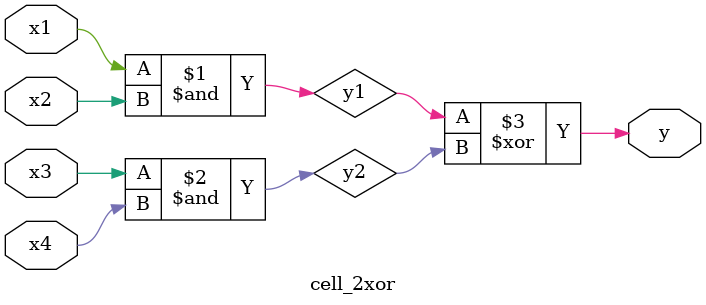
<source format=v>

`timescale 1ns/10ps
module cell_2xor(y,x1,x2,x3,x4);
  input x1,x2,x3,x4;
  output y;
  and (y1,x1,x2);
  and (y2,x3,x4);
  xor(y,y1,y2);
endmodule
</source>
